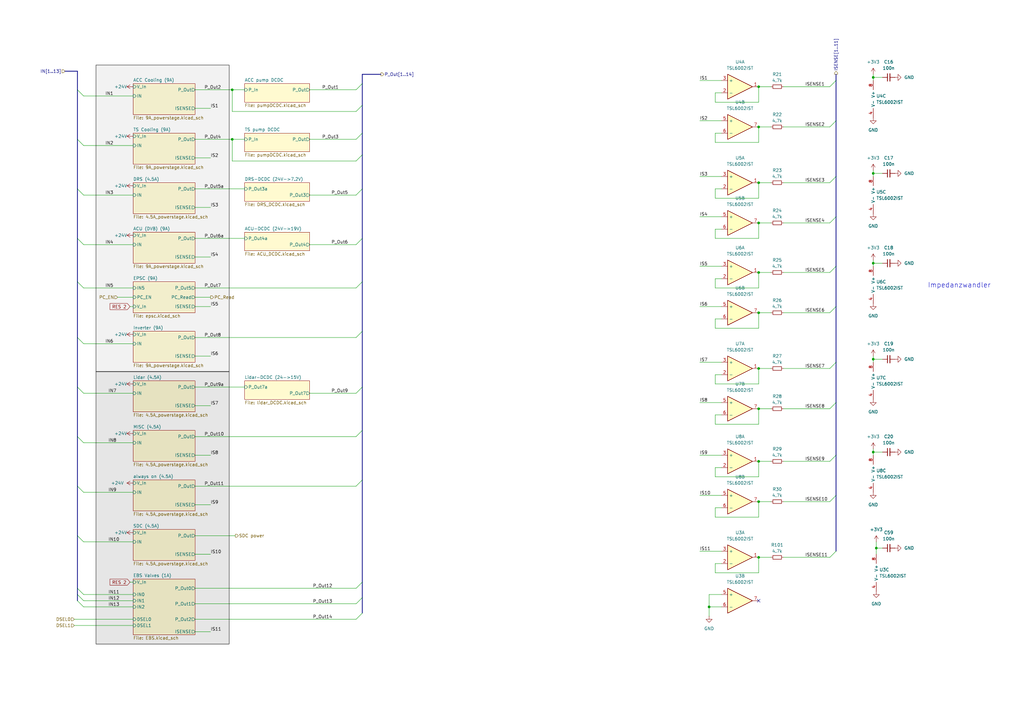
<source format=kicad_sch>
(kicad_sch (version 20231120) (generator "eeschema") (generator_version "8.0")
  (paper "A3")
  (title_block (title "PDU FT25") (date "2024-11-23") (rev "V1.1") (company "Janek Herm") (comment 1 "FaSTTUBe Electronics"))
  (lib_symbols
    (symbol "Device:C_Small" (pin_numbers hide) (pin_names (offset 0.254) hide)
      (property "Reference" "C" (at 0.254 1.778 0))
      (property "Value" "C_Small" (at 0.254 -2.032 0))
      (symbol "C_Small_0_1"
        (polyline (pts (xy -1.524 -0.508) (xy 1.524 -0.508)) (stroke (width 0.3302)))
        (polyline (pts (xy -1.524 0.508) (xy 1.524 0.508)) (stroke (width 0.3048)))
      )
      (symbol "C_Small_1_1"
        (pin passive line (at 0 2.54 270) (length 2.032) (name "~") (number "1"))
        (pin passive line (at 0 -2.54 90) (length 2.032) (name "~") (number "2"))
      )
    )
    (symbol "Device:Opamp_Dual"
      (property "Reference" "U" (at 0 5.08 0))
      (property "Value" "Opamp_Dual" (at 0 -5.08 0))
      (symbol "Opamp_Dual_1_1"
        (polyline (pts (xy -5.08 5.08) (xy 5.08 0) (xy -5.08 -5.08) (xy -5.08 5.08)) (stroke (width 0.254)) (fill (type background)))
        (pin output line (at 7.62 0 180) (length 2.54) (name "~") (number "1"))
        (pin input line (at -7.62 -2.54 0) (length 2.54) (name "-") (number "2"))
        (pin input line (at -7.62 2.54 0) (length 2.54) (name "+") (number "3"))
      )
      (symbol "Opamp_Dual_2_1"
        (polyline (pts (xy -5.08 5.08) (xy 5.08 0) (xy -5.08 -5.08) (xy -5.08 5.08)) (stroke (width 0.254)) (fill (type background)))
        (pin input line (at -7.62 2.54 0) (length 2.54) (name "+") (number "5"))
        (pin input line (at -7.62 -2.54 0) (length 2.54) (name "-") (number "6"))
        (pin output line (at 7.62 0 180) (length 2.54) (name "~") (number "7"))
      )
      (symbol "Opamp_Dual_3_1"
        (pin power_in line (at -2.54 -7.62 90) (length 3.81) (name "V-") (number "4"))
        (pin power_in line (at -2.54 7.62 270) (length 3.81) (name "V+") (number "8"))
      )
    )
    (symbol "Device:R_Small" (pin_numbers hide) (pin_names (offset 0.254) hide)
      (property "Reference" "R" (at 0.762 0.508 0))
      (property "Value" "R_Small" (at 0.762 -1.016 0))
      (symbol "R_Small_0_1"
        (rectangle (start -0.762 1.778) (end 0.762 -1.778) (stroke (width 0.2032)))
      )
      (symbol "R_Small_1_1"
        (pin passive line (at 0 2.54 270) (length 0.762) (name "~") (number "1"))
        (pin passive line (at 0 -2.54 90) (length 0.762) (name "~") (number "2"))
      )
    )
    (symbol "power:+12V" (power) (pin_numbers hide) (pin_names (offset 0) hide)
      (property "Value" "+12V" (at 0 3.556 0))
      (symbol "+12V_0_1"
        (polyline (pts (xy -0.762 1.27) (xy 0 2.54)))
        (polyline (pts (xy 0 0) (xy 0 2.54)))
        (polyline (pts (xy 0 2.54) (xy 0.762 1.27)))
      )
      (symbol "+12V_1_1"
        (pin power_in line (at 0 0 90) (length 0) (name "~") (number "1"))
      )
    )
    (symbol "power:+24V" (power) (pin_numbers hide) (pin_names (offset 0) hide)
      (property "Value" "+24V" (at 0 3.556 0))
      (symbol "+24V_0_1"
        (polyline (pts (xy -0.762 1.27) (xy 0 2.54)))
        (polyline (pts (xy 0 0) (xy 0 2.54)))
        (polyline (pts (xy 0 2.54) (xy 0.762 1.27)))
      )
      (symbol "+24V_1_1"
        (pin power_in line (at 0 0 90) (length 0) (name "~") (number "1"))
      )
    )
    (symbol "power:+3.3V" (power) (pin_numbers hide) (pin_names (offset 0) hide)
      (property "Value" "+3.3V" (at 0 3.556 0))
      (symbol "+3.3V_0_1"
        (polyline (pts (xy -0.762 1.27) (xy 0 2.54)))
        (polyline (pts (xy 0 0) (xy 0 2.54)))
        (polyline (pts (xy 0 2.54) (xy 0.762 1.27)))
      )
      (symbol "+3.3V_1_1"
        (pin power_in line (at 0 0 90) (length 0) (name "~") (number "1"))
      )
    )
    (symbol "power:GND" (power) (pin_numbers hide) (pin_names (offset 0) hide)
      (property "Value" "GND" (at 0 -3.81 0))
      (symbol "GND_0_1"
        (polyline (pts (xy 0 0) (xy 0 -1.27) (xy 1.27 -1.27) (xy 0 -2.54) (xy -1.27 -1.27) (xy 0 -1.27)))
      )
      (symbol "GND_1_1"
        (pin power_in line (at 0 0 270) (length 0) (name "~") (number "1"))
      )
    )
  )
  (junction (at 311.15 111.76))
  (junction (at 358.14 71.12))
  (junction (at 358.14 31.75))
  (junction (at 358.14 185.42))
  (junction (at 311.15 128.27))
  (junction (at 95.25 36.83))
  (junction (at 95.25 57.15))
  (junction (at 311.15 52.07))
  (junction (at 311.15 205.74))
  (junction (at 311.15 228.6))
  (junction (at 359.41 224.79))
  (junction (at 311.15 151.13))
  (junction (at 311.15 91.44))
  (junction (at 311.15 35.56))
  (junction (at 358.14 147.32))
  (junction (at 358.14 107.95))
  (junction (at 290.83 248.92))
  (junction (at 311.15 74.93))
  (junction (at 311.15 189.23))
  (junction (at 311.15 167.64))
  (no_connect (at 311.15 246.38))
  (bus_entry (at 340.36 228.6) (size 2.54 -2.54))
  (bus_entry (at 31.75 199.39) (size 2.54 2.54))
  (bus_entry (at 34.29 80.01) (size -2.54 -2.54))
  (bus_entry (at 31.75 219.71) (size 2.54 2.54))
  (bus_entry (at 146.05 254) (size 2.54 -2.54))
  (bus_entry (at 34.29 140.97) (size -2.54 -2.54))
  (bus_entry (at 146.05 247.65) (size 2.54 -2.54))
  (bus_entry (at 340.36 151.13) (size 2.54 -2.54))
  (bus_entry (at 146.05 179.07) (size 2.54 -2.54))
  (bus_entry (at 340.36 189.23) (size 2.54 -2.54))
  (bus_entry (at 146.05 100.33) (size 2.54 -2.54))
  (bus_entry (at 146.05 199.39) (size 2.54 -2.54))
  (bus_entry (at 340.36 111.76) (size 2.54 -2.54))
  (bus_entry (at 340.36 205.74) (size 2.54 -2.54))
  (bus_entry (at 340.36 74.93) (size 2.54 -2.54))
  (bus_entry (at 34.29 118.11) (size -2.54 -2.54))
  (bus_entry (at 146.05 118.11) (size 2.54 -2.54))
  (bus_entry (at 340.36 52.07) (size 2.54 -2.54))
  (bus_entry (at 34.29 100.33) (size -2.54 -2.54))
  (bus_entry (at 146.05 57.15) (size 2.54 -2.54))
  (bus_entry (at 146.05 161.29) (size 2.54 -2.54))
  (bus_entry (at 146.05 66.04) (size 2.54 -2.54))
  (bus_entry (at 146.05 241.3) (size 2.54 -2.54))
  (bus_entry (at 340.36 167.64) (size 2.54 -2.54))
  (bus_entry (at 31.75 179.07) (size 2.54 2.54))
  (bus_entry (at 34.29 39.37) (size -2.54 -2.54))
  (bus_entry (at 146.05 80.01) (size 2.54 -2.54))
  (bus_entry (at 340.36 91.44) (size 2.54 -2.54))
  (bus_entry (at 31.75 243.84) (size 2.54 2.54))
  (bus_entry (at 31.75 246.38) (size 2.54 2.54))
  (bus_entry (at 31.75 241.3) (size 2.54 2.54))
  (bus_entry (at 146.05 45.72) (size 2.54 -2.54))
  (bus_entry (at 340.36 128.27) (size 2.54 -2.54))
  (bus_entry (at 340.36 35.56) (size 2.54 -2.54))
  (bus_entry (at 34.29 59.69) (size -2.54 -2.54))
  (bus_entry (at 146.05 138.43) (size 2.54 -2.54))
  (bus_entry (at 146.05 36.83) (size 2.54 -2.54))
  (bus_entry (at 31.75 158.75) (size 2.54 2.54))
  (wire (pts (xy 293.37 130.81) (xy 293.37 134.62)))
  (bus (pts (xy 342.9 88.9) (xy 342.9 109.22)))
  (wire (pts (xy 311.15 189.23) (xy 311.15 195.58)))
  (bus (pts (xy 342.9 125.73) (xy 342.9 148.59)))
  (wire (pts (xy 321.31 52.07) (xy 340.36 52.07)))
  (wire (pts (xy 311.15 151.13) (xy 311.15 157.48)))
  (wire (pts (xy 34.29 100.33) (xy 54.61 100.33)))
  (wire (pts (xy 311.15 234.95) (xy 311.15 228.6)))
  (wire (pts (xy 321.31 205.74) (xy 340.36 205.74)))
  (bus (pts (xy 342.9 148.59) (xy 342.9 165.1)))
  (bus (pts (xy 31.75 243.84) (xy 31.75 246.38)))
  (wire (pts (xy 358.14 30.48) (xy 358.14 31.75)))
  (wire (pts (xy 311.15 205.74) (xy 311.15 212.09)))
  (wire (pts (xy 359.41 224.79) (xy 361.95 224.79)))
  (wire (pts (xy 311.15 128.27) (xy 311.15 134.62)))
  (wire (pts (xy 293.37 81.28) (xy 311.15 81.28)))
  (bus (pts (xy 31.75 241.3) (xy 31.75 243.84)))
  (wire (pts (xy 293.37 54.61) (xy 293.37 58.42)))
  (wire (pts (xy 311.15 74.93) (xy 316.23 74.93)))
  (wire (pts (xy 287.02 33.02) (xy 295.91 33.02)))
  (wire (pts (xy 287.02 226.06) (xy 295.91 226.06)))
  (wire (pts (xy 311.15 189.23) (xy 316.23 189.23)))
  (wire (pts (xy 95.25 45.72) (xy 146.05 45.72)))
  (wire (pts (xy 95.25 36.83) (xy 100.33 36.83)))
  (wire (pts (xy 293.37 195.58) (xy 311.15 195.58)))
  (wire (pts (xy 80.01 146.05) (xy 86.36 146.05)))
  (bus (pts (xy 148.59 63.5) (xy 148.59 77.47)))
  (wire (pts (xy 295.91 231.14) (xy 293.37 231.14)))
  (wire (pts (xy 290.83 248.92) (xy 295.91 248.92)))
  (wire (pts (xy 53.34 238.76) (xy 54.61 238.76)))
  (wire (pts (xy 34.29 80.01) (xy 54.61 80.01)))
  (wire (pts (xy 295.91 114.3) (xy 293.37 114.3)))
  (wire (pts (xy 290.83 243.84) (xy 295.91 243.84)))
  (wire (pts (xy 295.91 191.77) (xy 293.37 191.77)))
  (wire (pts (xy 311.15 35.56) (xy 316.23 35.56)))
  (wire (pts (xy 295.91 130.81) (xy 293.37 130.81)))
  (wire (pts (xy 295.91 54.61) (xy 293.37 54.61)))
  (wire (pts (xy 311.15 111.76) (xy 316.23 111.76)))
  (bus (pts (xy 148.59 238.76) (xy 148.59 245.11)))
  (wire (pts (xy 295.91 170.18) (xy 293.37 170.18)))
  (wire (pts (xy 287.02 148.59) (xy 295.91 148.59)))
  (bus (pts (xy 156.21 30.48) (xy 148.59 30.48)))
  (wire (pts (xy 358.14 107.95) (xy 361.95 107.95)))
  (wire (pts (xy 295.91 208.28) (xy 293.37 208.28)))
  (wire (pts (xy 358.14 69.85) (xy 358.14 71.12)))
  (wire (pts (xy 293.37 212.09) (xy 311.15 212.09)))
  (wire (pts (xy 30.48 254) (xy 54.61 254)))
  (wire (pts (xy 80.01 77.47) (xy 100.33 77.47)))
  (bus (pts (xy 342.9 72.39) (xy 342.9 88.9)))
  (wire (pts (xy 80.01 44.45) (xy 86.36 44.45)))
  (bus (pts (xy 148.59 158.75) (xy 148.59 176.53)))
  (wire (pts (xy 321.31 151.13) (xy 340.36 151.13)))
  (wire (pts (xy 358.14 185.42) (xy 358.14 186.69)))
  (wire (pts (xy 321.31 228.6) (xy 340.36 228.6)))
  (wire (pts (xy 127 57.15) (xy 146.05 57.15)))
  (wire (pts (xy 80.01 179.07) (xy 146.05 179.07)))
  (wire (pts (xy 287.02 125.73) (xy 295.91 125.73)))
  (wire (pts (xy 287.02 109.22) (xy 295.91 109.22)))
  (wire (pts (xy 358.14 71.12) (xy 361.95 71.12)))
  (wire (pts (xy 80.01 138.43) (xy 146.05 138.43)))
  (bus (pts (xy 342.9 109.22) (xy 342.9 125.73)))
  (wire (pts (xy 311.15 167.64) (xy 316.23 167.64)))
  (wire (pts (xy 311.15 52.07) (xy 311.15 58.42)))
  (wire (pts (xy 358.14 31.75) (xy 361.95 31.75)))
  (wire (pts (xy 34.29 243.84) (xy 54.61 243.84)))
  (bus (pts (xy 31.75 57.15) (xy 31.75 77.47)))
  (bus (pts (xy 31.75 29.21) (xy 31.75 36.83)))
  (wire (pts (xy 321.31 128.27) (xy 340.36 128.27)))
  (bus (pts (xy 148.59 196.85) (xy 148.59 238.76)))
  (wire (pts (xy 287.02 72.39) (xy 295.91 72.39)))
  (wire (pts (xy 311.15 52.07) (xy 316.23 52.07)))
  (wire (pts (xy 80.01 105.41) (xy 86.36 105.41)))
  (wire (pts (xy 359.41 222.25) (xy 359.41 224.79)))
  (wire (pts (xy 293.37 157.48) (xy 311.15 157.48)))
  (wire (pts (xy 311.15 205.74) (xy 316.23 205.74)))
  (wire (pts (xy 80.01 125.73) (xy 86.36 125.73)))
  (wire (pts (xy 293.37 97.79) (xy 311.15 97.79)))
  (wire (pts (xy 80.01 158.75) (xy 100.33 158.75)))
  (wire (pts (xy 295.91 93.98) (xy 293.37 93.98)))
  (bus (pts (xy 31.75 179.07) (xy 31.75 199.39)))
  (wire (pts (xy 80.01 207.01) (xy 86.36 207.01)))
  (bus (pts (xy 26.67 29.21) (xy 31.75 29.21)))
  (wire (pts (xy 287.02 186.69) (xy 295.91 186.69)))
  (wire (pts (xy 293.37 58.42) (xy 311.15 58.42)))
  (bus (pts (xy 31.75 97.79) (xy 31.75 115.57)))
  (wire (pts (xy 293.37 234.95) (xy 311.15 234.95)))
  (bus (pts (xy 148.59 176.53) (xy 148.59 196.85)))
  (wire (pts (xy 34.29 59.69) (xy 54.61 59.69)))
  (bus (pts (xy 342.9 186.69) (xy 342.9 203.2)))
  (wire (pts (xy 358.14 147.32) (xy 358.14 148.59)))
  (wire (pts (xy 295.91 153.67) (xy 293.37 153.67)))
  (bus (pts (xy 31.75 219.71) (xy 31.75 241.3)))
  (wire (pts (xy 321.31 91.44) (xy 340.36 91.44)))
  (wire (pts (xy 290.83 252.73) (xy 290.83 248.92)))
  (bus (pts (xy 148.59 245.11) (xy 148.59 251.46)))
  (wire (pts (xy 80.01 247.65) (xy 146.05 247.65)))
  (wire (pts (xy 293.37 153.67) (xy 293.37 157.48)))
  (wire (pts (xy 34.29 39.37) (xy 54.61 39.37)))
  (wire (pts (xy 293.37 38.1) (xy 293.37 41.91)))
  (wire (pts (xy 34.29 222.25) (xy 54.61 222.25)))
  (wire (pts (xy 293.37 208.28) (xy 293.37 212.09)))
  (wire (pts (xy 80.01 64.77) (xy 86.36 64.77)))
  (wire (pts (xy 95.25 57.15) (xy 95.25 66.04)))
  (bus (pts (xy 342.9 165.1) (xy 342.9 186.69)))
  (wire (pts (xy 80.01 254) (xy 146.05 254)))
  (wire (pts (xy 34.29 118.11) (xy 54.61 118.11)))
  (wire (pts (xy 30.48 256.54) (xy 54.61 256.54)))
  (wire (pts (xy 358.14 184.15) (xy 358.14 185.42)))
  (wire (pts (xy 321.31 74.93) (xy 340.36 74.93)))
  (wire (pts (xy 358.14 71.12) (xy 358.14 72.39)))
  (wire (pts (xy 293.37 134.62) (xy 311.15 134.62)))
  (bus (pts (xy 148.59 43.18) (xy 148.59 54.61)))
  (wire (pts (xy 287.02 165.1) (xy 295.91 165.1)))
  (bus (pts (xy 148.59 77.47) (xy 148.59 97.79)))
  (wire (pts (xy 311.15 111.76) (xy 311.15 118.11)))
  (wire (pts (xy 321.31 111.76) (xy 340.36 111.76)))
  (wire (pts (xy 287.02 49.53) (xy 295.91 49.53)))
  (wire (pts (xy 80.01 121.92) (xy 86.36 121.92)))
  (wire (pts (xy 80.01 118.11) (xy 146.05 118.11)))
  (bus (pts (xy 31.75 158.75) (xy 31.75 179.07)))
  (wire (pts (xy 295.91 77.47) (xy 293.37 77.47)))
  (wire (pts (xy 293.37 170.18) (xy 293.37 173.99)))
  (bus (pts (xy 342.9 33.02) (xy 342.9 49.53)))
  (wire (pts (xy 80.01 219.71) (xy 96.52 219.71)))
  (wire (pts (xy 127 100.33) (xy 146.05 100.33)))
  (bus (pts (xy 31.75 36.83) (xy 31.75 57.15)))
  (wire (pts (xy 95.25 66.04) (xy 146.05 66.04)))
  (wire (pts (xy 34.29 181.61) (xy 54.61 181.61)))
  (wire (pts (xy 293.37 41.91) (xy 311.15 41.91)))
  (wire (pts (xy 293.37 118.11) (xy 311.15 118.11)))
  (wire (pts (xy 34.29 246.38) (xy 54.61 246.38)))
  (bus (pts (xy 342.9 203.2) (xy 342.9 226.06)))
  (wire (pts (xy 293.37 231.14) (xy 293.37 234.95)))
  (wire (pts (xy 358.14 185.42) (xy 361.95 185.42)))
  (bus (pts (xy 148.59 135.89) (xy 148.59 158.75)))
  (wire (pts (xy 53.34 125.73) (xy 54.61 125.73)))
  (wire (pts (xy 311.15 74.93) (xy 311.15 81.28)))
  (wire (pts (xy 80.01 36.83) (xy 95.25 36.83)))
  (wire (pts (xy 95.25 57.15) (xy 100.33 57.15)))
  (wire (pts (xy 293.37 93.98) (xy 293.37 97.79)))
  (wire (pts (xy 295.91 38.1) (xy 293.37 38.1)))
  (bus (pts (xy 148.59 34.29) (xy 148.59 43.18)))
  (wire (pts (xy 54.61 201.93) (xy 34.29 201.93)))
  (wire (pts (xy 358.14 147.32) (xy 361.95 147.32)))
  (wire (pts (xy 293.37 173.99) (xy 311.15 173.99)))
  (wire (pts (xy 127 80.01) (xy 146.05 80.01)))
  (wire (pts (xy 80.01 199.39) (xy 146.05 199.39)))
  (wire (pts (xy 80.01 57.15) (xy 95.25 57.15)))
  (bus (pts (xy 31.75 77.47) (xy 31.75 97.79)))
  (wire (pts (xy 293.37 191.77) (xy 293.37 195.58)))
  (bus (pts (xy 342.9 49.53) (xy 342.9 72.39)))
  (bus (pts (xy 148.59 97.79) (xy 148.59 115.57)))
  (bus (pts (xy 148.59 30.48) (xy 148.59 34.29)))
  (wire (pts (xy 80.01 186.69) (xy 86.36 186.69)))
  (wire (pts (xy 287.02 203.2) (xy 295.91 203.2)))
  (bus (pts (xy 148.59 115.57) (xy 148.59 135.89)))
  (wire (pts (xy 321.31 35.56) (xy 340.36 35.56)))
  (wire (pts (xy 358.14 146.05) (xy 358.14 147.32)))
  (wire (pts (xy 80.01 241.3) (xy 146.05 241.3)))
  (wire (pts (xy 80.01 259.08) (xy 86.36 259.08)))
  (bus (pts (xy 31.75 199.39) (xy 31.75 219.71)))
  (bus (pts (xy 31.75 138.43) (xy 31.75 158.75)))
  (wire (pts (xy 311.15 91.44) (xy 311.15 97.79)))
  (wire (pts (xy 80.01 166.37) (xy 86.36 166.37)))
  (wire (pts (xy 311.15 167.64) (xy 311.15 173.99)))
  (wire (pts (xy 358.14 31.75) (xy 358.14 33.02)))
  (wire (pts (xy 311.15 91.44) (xy 316.23 91.44)))
  (wire (pts (xy 34.29 140.97) (xy 54.61 140.97)))
  (wire (pts (xy 321.31 189.23) (xy 340.36 189.23)))
  (wire (pts (xy 359.41 224.79) (xy 359.41 227.33)))
  (wire (pts (xy 358.14 106.68) (xy 358.14 107.95)))
  (wire (pts (xy 95.25 36.83) (xy 95.25 45.72)))
  (wire (pts (xy 311.15 35.56) (xy 311.15 41.91)))
  (wire (pts (xy 293.37 77.47) (xy 293.37 81.28)))
  (wire (pts (xy 80.01 227.33) (xy 86.36 227.33)))
  (wire (pts (xy 287.02 88.9) (xy 295.91 88.9)))
  (bus (pts (xy 31.75 115.57) (xy 31.75 138.43)))
  (wire (pts (xy 311.15 151.13) (xy 316.23 151.13)))
  (wire (pts (xy 34.29 161.29) (xy 54.61 161.29)))
  (wire (pts (xy 358.14 107.95) (xy 358.14 109.22)))
  (wire (pts (xy 34.29 248.92) (xy 54.61 248.92)))
  (wire (pts (xy 321.31 167.64) (xy 340.36 167.64)))
  (wire (pts (xy 80.01 85.09) (xy 86.36 85.09)))
  (wire (pts (xy 80.01 97.79) (xy 100.33 97.79)))
  (bus (pts (xy 148.59 54.61) (xy 148.59 63.5)))
  (wire (pts (xy 311.15 128.27) (xy 316.23 128.27)))
  (wire (pts (xy 127 161.29) (xy 146.05 161.29)))
  (wire (pts (xy 293.37 114.3) (xy 293.37 118.11)))
  (wire (pts (xy 48.26 121.92) (xy 54.61 121.92)))
  (wire (pts (xy 311.15 228.6) (xy 316.23 228.6)))
  (wire (pts (xy 127 36.83) (xy 146.05 36.83)))
  (bus (pts (xy 342.9 30.48) (xy 342.9 33.02)))
  (wire (pts (xy 290.83 248.92) (xy 290.83 243.84)))
  (rectangle (start 39.37 152.4) (end 93.98 264.16) (stroke (width 0) (color 0 0 0 1)) (fill (type color) (color 132 132 132 0.2)))
  (rectangle (start 39.37 26.67) (end 93.98 152.4) (stroke (width 0) (color 0 0 0 1)) (fill (type color) (color 194 194 194 0.2)))
  (text "Impedanzwandler" (at 393.446 117.094 0) (effects (font (size 2 2))))
  (label "P_Out10" (at 83.82 179.07 0))
  (label "ISENSE6" (at 330.2 128.27 0))
  (label "IS2" (at 86.36 64.77 0))
  (label "IN2" (at 43.18 59.69 0))
  (label "IS6" (at 86.36 146.05 0))
  (label "P_Out7" (at 83.82 118.11 0))
  (label "IS6" (at 287.02 125.73 0))
  (label "P_Out14" (at 128.27 254 0))
  (label "IS1" (at 86.36 44.45 0))
  (label "ISENSE9" (at 330.2 189.23 0))
  (label "IS7" (at 86.36 166.37 0))
  (label "P_Out2" (at 83.82 36.83 0))
  (label "IN4" (at 43.18 100.33 0))
  (label "IN10" (at 44.45 222.25 0))
  (label "IS5" (at 86.36 125.73 0))
  (label "P_Out4" (at 83.82 57.15 0))
  (label "IS9" (at 287.02 186.69 0))
  (label "IS8" (at 287.02 165.1 0))
  (label "P_Out9a" (at 83.82 158.75 0))
  (label "IN8" (at 44.45 181.61 0))
  (label "IS5" (at 287.02 109.22 0))
  (label "IN13" (at 44.45 248.92 0))
  (label "IS8" (at 86.36 186.69 0))
  (label "IS2" (at 287.02 49.53 0))
  (label "IS4" (at 287.02 88.9 0))
  (label "P_Out5" (at 135.89 80.01 0))
  (label "IS11" (at 287.02 226.06 0))
  (label "ISENSE3" (at 330.2 74.93 0))
  (label "IN6" (at 43.18 140.97 0))
  (label "IS1" (at 287.02 33.02 0))
  (label "IS10" (at 287.02 203.2 0))
  (label "P_Out1" (at 132.08 36.83 0))
  (label "P_Out5a" (at 83.82 77.47 0))
  (label "P_Out8" (at 83.82 138.43 0))
  (label "IS10" (at 86.36 227.33 0))
  (label "P_Out3" (at 132.08 57.15 0))
  (label "IN9" (at 44.45 201.93 0))
  (label "IN3" (at 43.18 80.01 0))
  (label "IS7" (at 287.02 148.59 0))
  (label "IS4" (at 86.36 105.41 0))
  (label "P_Out9" (at 135.89 161.29 0))
  (label "ISENSE4" (at 330.2 91.44 0))
  (label "ISENSE11" (at 330.2 228.6 0))
  (label "IN12" (at 44.45 246.38 0))
  (label "P_Out13" (at 128.27 247.65 0))
  (label "P_Out6" (at 135.89 100.33 0))
  (label "IS3" (at 287.02 72.39 0))
  (label "P_Out11" (at 83.82 199.39 0))
  (label "IS9" (at 86.36 207.01 0))
  (label "IN7" (at 44.45 161.29 0))
  (label "ISENSE2" (at 330.2 52.07 0))
  (label "P_Out12" (at 128.27 241.3 0))
  (label "IS3" (at 86.36 85.09 0))
  (label "IN1" (at 43.18 39.37 0))
  (label "ISENSE10" (at 330.2 205.74 0))
  (label "ISENSE5" (at 330.2 111.76 0))
  (label "P_Out6a" (at 83.82 97.79 0))
  (label "ISENSE8" (at 330.2 167.64 0))
  (label "IN5" (at 43.18 118.11 0))
  (label "IS11" (at 86.36 259.08 0))
  (label "IN11" (at 44.45 243.84 0))
  (label "ISENSE1" (at 330.2 35.56 0))
  (label "ISENSE7" (at 330.2 151.13 0))
  (global_label "RES 2" (shape input) (at 53.34 125.73 180) (property "Intersheetrefs" "${INTERSHEET_REFS}" (effects (hide yes))))
  (global_label "RES 2" (shape input) (at 53.34 238.76 180) (property "Intersheetrefs" "${INTERSHEET_REFS}" (effects (hide yes))))
  (hierarchical_label "PC_EN" (shape input) (at 48.26 121.92 180))
  (hierarchical_label "ISENSE[1..11]" (shape output) (at 342.9 30.48 90))
  (hierarchical_label "PC_Read" (shape output) (at 86.36 121.92 0))
  (hierarchical_label "DSEL0" (shape input) (at 30.48 254 180))
  (hierarchical_label "DSEL1" (shape input) (at 30.48 256.54 180))
  (hierarchical_label "P_Out[1..14]" (shape output) (at 156.21 30.48 0))
  (hierarchical_label "IN[1..13]" (shape input) (at 26.67 29.21 180))
  (hierarchical_label "SDC power" (shape output) (at 96.52 219.71 0))
  (symbol (lib_id "power:GND") (at 367.03 147.32 90) (unit 1)
    (property "Reference" "#PWR061" (effects (hide yes)))
    (property "Value" "GND" (at 370.84 147.3199 90) (effects (justify right)))
    (property "Description" "Power symbol creates a global label with name \"GND\" , ground" (effects (hide yes)))
  )
  (symbol (lib_id "Device:C_Small") (at 364.49 224.79 90) (unit 1)
    (property "Reference" "C59" (at 364.4963 218.44 90))
    (property "Value" "100n" (at 364.4963 220.98 90))
    (property "Footprint" "Capacitor_SMD:C_0603_1608Metric" (effects (hide yes)))
    (property "Description" "Unpolarized capacitor, small symbol" (effects (hide yes)))
  )
  (symbol (lib_id "power:+12V") (at 54.61 76.2 90) (unit 1)
    (property "Reference" "#PWR053" (effects (hide yes)))
    (property "Value" "+24V" (at 49.53 76.2 90))
    (property "Description" "Power symbol creates a global label with name \"+12V\"" (effects (hide yes)))
  )
  (symbol (lib_id "Device:Opamp_Dual") (at 360.68 194.31 0) (unit 3)
    (property "Reference" "U8" (at 359.41 193.0399 0) (effects (justify left)))
    (property "Value" "TSL6002IST" (at 359.41 195.5799 0) (effects (justify left)))
    (property "Footprint" "TSL6002IST:SOP65P490X110-8N" (effects (hide yes)))
    (property "Datasheet" "https://www.st.com/resource/en/datasheet/tsl6001.pdf" (effects (hide yes)))
    (property "Description" "Dual operational amplifier" (effects (hide yes)))
    (property "Sim.Library" "${KICAD7_SYMBOL_DIR}/Simulation_SPICE.sp" (effects (hide yes)))
    (property "Sim.Name" "kicad_builtin_opamp_dual" (effects (hide yes)))
    (property "Sim.Device" "SUBCKT" (effects (hide yes)))
    (property "Sim.Pins" "1=out1 2=in1- 3=in1+ 4=vee 5=in2+ 6=in2- 7=out2 8=vcc" (effects (hide yes)))
  )
  (symbol (lib_id "Device:R_Small") (at 318.77 128.27 90) (unit 1)
    (property "Reference" "R26" (at 318.77 123.19 90))
    (property "Value" "4.7k" (at 318.77 125.73 90))
    (property "Footprint" "Resistor_SMD:R_0603_1608Metric" (effects (hide yes)))
    (property "Description" "Resistor, small symbol" (effects (hide yes)))
  )
  (symbol (lib_id "Device:C_Small") (at 364.49 31.75 90) (unit 1)
    (property "Reference" "C16" (at 364.4963 25.4 90))
    (property "Value" "100n" (at 364.4963 27.94 90))
    (property "Footprint" "Capacitor_SMD:C_0603_1608Metric" (effects (hide yes)))
    (property "Description" "Unpolarized capacitor, small symbol" (effects (hide yes)))
  )
  (symbol (lib_id "power:+24V") (at 54.61 198.12 90) (unit 1)
    (property "Reference" "#PWR067" (effects (hide yes)))
    (property "Value" "+24V" (at 50.8 198.1199 90) (effects (justify left)))
    (property "Description" "Power symbol creates a global label with name \"+24V\"" (effects (hide yes)))
  )
  (symbol (lib_id "power:+3.3V") (at 358.14 184.15 0) (unit 1)
    (property "Reference" "#PWR065" (effects (hide yes)))
    (property "Value" "+3V3" (at 358.14 179.07 0))
    (property "Description" "Power symbol creates a global label with name \"+3.3V\"" (effects (hide yes)))
  )
  (symbol (lib_id "power:GND") (at 358.14 48.26 0) (unit 1)
    (property "Reference" "#PWR049" (effects (hide yes)))
    (property "Value" "GND" (at 358.14 53.34 0))
    (property "Description" "Power symbol creates a global label with name \"GND\" , ground" (effects (hide yes)))
  )
  (symbol (lib_id "Device:Opamp_Dual") (at 361.95 234.95 0) (unit 3)
    (property "Reference" "U3" (at 360.68 233.6799 0) (effects (justify left)))
    (property "Value" "TSL6002IST" (at 360.68 236.2199 0) (effects (justify left)))
    (property "Footprint" "TSL6002IST:SOP65P490X110-8N" (effects (hide yes)))
    (property "Datasheet" "https://www.st.com/resource/en/datasheet/tsl6001.pdf" (effects (hide yes)))
    (property "Description" "Dual operational amplifier" (effects (hide yes)))
    (property "Sim.Library" "${KICAD7_SYMBOL_DIR}/Simulation_SPICE.sp" (effects (hide yes)))
    (property "Sim.Name" "kicad_builtin_opamp_dual" (effects (hide yes)))
    (property "Sim.Device" "SUBCKT" (effects (hide yes)))
    (property "Sim.Pins" "1=out1 2=in1- 3=in1+ 4=vee 5=in2+ 6=in2- 7=out2 8=vcc" (effects (hide yes)))
  )
  (symbol (lib_id "Device:Opamp_Dual") (at 303.53 91.44 0) (unit 2)
    (property "Reference" "U5" (at 303.53 81.28 0))
    (property "Value" "TSL6002IST" (at 303.53 83.82 0))
    (property "Footprint" "TSL6002IST:SOP65P490X110-8N" (effects (hide yes)))
    (property "Datasheet" "https://www.st.com/resource/en/datasheet/tsl6001.pdf" (effects (hide yes)))
    (property "Description" "Dual operational amplifier" (effects (hide yes)))
    (property "Sim.Library" "${KICAD7_SYMBOL_DIR}/Simulation_SPICE.sp" (effects (hide yes)))
    (property "Sim.Name" "kicad_builtin_opamp_dual" (effects (hide yes)))
    (property "Sim.Device" "SUBCKT" (effects (hide yes)))
    (property "Sim.Pins" "1=out1 2=in1- 3=in1+ 4=vee 5=in2+ 6=in2- 7=out2 8=vcc" (effects (hide yes)))
  )
  (symbol (lib_id "power:+3.3V") (at 358.14 69.85 0) (unit 1)
    (property "Reference" "#PWR051" (effects (hide yes)))
    (property "Value" "+3V3" (at 358.14 64.77 0))
    (property "Description" "Power symbol creates a global label with name \"+3.3V\"" (effects (hide yes)))
  )
  (symbol (lib_id "Device:Opamp_Dual") (at 360.68 80.01 0) (unit 3)
    (property "Reference" "U5" (at 359.41 78.7399 0) (effects (justify left)))
    (property "Value" "TSL6002IST" (at 359.41 81.2799 0) (effects (justify left)))
    (property "Footprint" "TSL6002IST:SOP65P490X110-8N" (effects (hide yes)))
    (property "Datasheet" "https://www.st.com/resource/en/datasheet/tsl6001.pdf" (effects (hide yes)))
    (property "Description" "Dual operational amplifier" (effects (hide yes)))
    (property "Sim.Library" "${KICAD7_SYMBOL_DIR}/Simulation_SPICE.sp" (effects (hide yes)))
    (property "Sim.Name" "kicad_builtin_opamp_dual" (effects (hide yes)))
    (property "Sim.Device" "SUBCKT" (effects (hide yes)))
    (property "Sim.Pins" "1=out1 2=in1- 3=in1+ 4=vee 5=in2+ 6=in2- 7=out2 8=vcc" (effects (hide yes)))
  )
  (symbol (lib_id "Device:C_Small") (at 364.49 185.42 90) (unit 1)
    (property "Reference" "C20" (at 364.4963 179.07 90))
    (property "Value" "100n" (at 364.4963 181.61 90))
    (property "Footprint" "Capacitor_SMD:C_0603_1608Metric" (effects (hide yes)))
    (property "Description" "Unpolarized capacitor, small symbol" (effects (hide yes)))
  )
  (symbol (lib_id "Device:R_Small") (at 318.77 111.76 90) (unit 1)
    (property "Reference" "R25" (at 318.77 106.68 90))
    (property "Value" "4.7k" (at 318.77 109.22 90))
    (property "Footprint" "Resistor_SMD:R_0603_1608Metric" (effects (hide yes)))
    (property "Description" "Resistor, small symbol" (effects (hide yes)))
  )
  (symbol (lib_id "Device:R_Small") (at 318.77 74.93 90) (unit 1)
    (property "Reference" "R23" (at 318.77 69.85 90))
    (property "Value" "4.7k" (at 318.77 72.39 90))
    (property "Footprint" "Resistor_SMD:R_0603_1608Metric" (effects (hide yes)))
    (property "Description" "Resistor, small symbol" (effects (hide yes)))
  )
  (symbol (lib_id "Device:Opamp_Dual") (at 303.53 35.56 0) (unit 1)
    (property "Reference" "U4" (at 303.53 25.4 0))
    (property "Value" "TSL6002IST" (at 303.53 27.94 0))
    (property "Footprint" "TSL6002IST:SOP65P490X110-8N" (effects (hide yes)))
    (property "Datasheet" "https://www.st.com/resource/en/datasheet/tsl6001.pdf" (effects (hide yes)))
    (property "Description" "Dual operational amplifier" (effects (hide yes)))
    (property "Sim.Library" "${KICAD7_SYMBOL_DIR}/Simulation_SPICE.sp" (effects (hide yes)))
    (property "Sim.Name" "kicad_builtin_opamp_dual" (effects (hide yes)))
    (property "Sim.Device" "SUBCKT" (effects (hide yes)))
    (property "Sim.Pins" "1=out1 2=in1- 3=in1+ 4=vee 5=in2+ 6=in2- 7=out2 8=vcc" (effects (hide yes)))
  )
  (symbol (lib_id "power:+12V") (at 54.61 137.16 90) (unit 1)
    (property "Reference" "#PWR059" (effects (hide yes)))
    (property "Value" "+24V" (at 49.53 137.16 90))
    (property "Description" "Power symbol creates a global label with name \"+12V\"" (effects (hide yes)))
  )
  (symbol (lib_id "Device:Opamp_Dual") (at 303.53 151.13 0) (unit 1)
    (property "Reference" "U7" (at 303.53 140.97 0))
    (property "Value" "TSL6002IST" (at 303.53 143.51 0))
    (property "Footprint" "TSL6002IST:SOP65P490X110-8N" (effects (hide yes)))
    (property "Datasheet" "https://www.st.com/resource/en/datasheet/tsl6001.pdf" (effects (hide yes)))
    (property "Description" "Dual operational amplifier" (effects (hide yes)))
    (property "Sim.Library" "${KICAD7_SYMBOL_DIR}/Simulation_SPICE.sp" (effects (hide yes)))
    (property "Sim.Name" "kicad_builtin_opamp_dual" (effects (hide yes)))
    (property "Sim.Device" "SUBCKT" (effects (hide yes)))
    (property "Sim.Pins" "1=out1 2=in1- 3=in1+ 4=vee 5=in2+ 6=in2- 7=out2 8=vcc" (effects (hide yes)))
  )
  (symbol (lib_id "Device:R_Small") (at 318.77 189.23 90) (unit 1)
    (property "Reference" "R29" (at 318.77 184.15 90))
    (property "Value" "4.7k" (at 318.77 186.69 90))
    (property "Footprint" "Resistor_SMD:R_0603_1608Metric" (effects (hide yes)))
    (property "Description" "Resistor, small symbol" (effects (hide yes)))
  )
  (symbol (lib_id "Device:Opamp_Dual") (at 360.68 156.21 0) (unit 3)
    (property "Reference" "U7" (at 359.41 154.9399 0) (effects (justify left)))
    (property "Value" "TSL6002IST" (at 359.41 157.4799 0) (effects (justify left)))
    (property "Footprint" "TSL6002IST:SOP65P490X110-8N" (effects (hide yes)))
    (property "Datasheet" "https://www.st.com/resource/en/datasheet/tsl6001.pdf" (effects (hide yes)))
    (property "Description" "Dual operational amplifier" (effects (hide yes)))
    (property "Sim.Library" "${KICAD7_SYMBOL_DIR}/Simulation_SPICE.sp" (effects (hide yes)))
    (property "Sim.Name" "kicad_builtin_opamp_dual" (effects (hide yes)))
    (property "Sim.Device" "SUBCKT" (effects (hide yes)))
    (property "Sim.Pins" "1=out1 2=in1- 3=in1+ 4=vee 5=in2+ 6=in2- 7=out2 8=vcc" (effects (hide yes)))
  )
  (symbol (lib_id "power:+12V") (at 54.61 35.56 90) (unit 1)
    (property "Reference" "#PWR048" (effects (hide yes)))
    (property "Value" "+24V" (at 49.53 35.56 90))
    (property "Description" "Power symbol creates a global label with name \"+12V\"" (effects (hide yes)))
  )
  (symbol (lib_id "power:+12V") (at 54.61 55.88 90) (unit 1)
    (property "Reference" "#PWR050" (effects (hide yes)))
    (property "Value" "+24V" (at 49.53 55.88 90))
    (property "Description" "Power symbol creates a global label with name \"+12V\"" (effects (hide yes)))
  )
  (symbol (lib_id "Device:Opamp_Dual") (at 303.53 111.76 0) (unit 1)
    (property "Reference" "U6" (at 303.53 101.6 0))
    (property "Value" "TSL6002IST" (at 303.53 104.14 0))
    (property "Footprint" "TSL6002IST:SOP65P490X110-8N" (effects (hide yes)))
    (property "Datasheet" "https://www.st.com/resource/en/datasheet/tsl6001.pdf" (effects (hide yes)))
    (property "Description" "Dual operational amplifier" (effects (hide yes)))
    (property "Sim.Library" "${KICAD7_SYMBOL_DIR}/Simulation_SPICE.sp" (effects (hide yes)))
    (property "Sim.Name" "kicad_builtin_opamp_dual" (effects (hide yes)))
    (property "Sim.Device" "SUBCKT" (effects (hide yes)))
    (property "Sim.Pins" "1=out1 2=in1- 3=in1+ 4=vee 5=in2+ 6=in2- 7=out2 8=vcc" (effects (hide yes)))
  )
  (symbol (lib_id "power:+3.3V") (at 358.14 30.48 0) (unit 1)
    (property "Reference" "#PWR046" (effects (hide yes)))
    (property "Value" "+3V3" (at 358.14 25.4 0))
    (property "Description" "Power symbol creates a global label with name \"+3.3V\"" (effects (hide yes)))
  )
  (symbol (lib_id "Device:Opamp_Dual") (at 360.68 40.64 0) (unit 3)
    (property "Reference" "U4" (at 359.41 39.3699 0) (effects (justify left)))
    (property "Value" "TSL6002IST" (at 359.41 41.9099 0) (effects (justify left)))
    (property "Footprint" "TSL6002IST:SOP65P490X110-8N" (effects (hide yes)))
    (property "Datasheet" "https://www.st.com/resource/en/datasheet/tsl6001.pdf" (effects (hide yes)))
    (property "Description" "Dual operational amplifier" (effects (hide yes)))
    (property "Sim.Library" "${KICAD7_SYMBOL_DIR}/Simulation_SPICE.sp" (effects (hide yes)))
    (property "Sim.Name" "kicad_builtin_opamp_dual" (effects (hide yes)))
    (property "Sim.Device" "SUBCKT" (effects (hide yes)))
    (property "Sim.Pins" "1=out1 2=in1- 3=in1+ 4=vee 5=in2+ 6=in2- 7=out2 8=vcc" (effects (hide yes)))
  )
  (symbol (lib_id "power:+12V") (at 54.61 157.48 90) (unit 1)
    (property "Reference" "#PWR062" (effects (hide yes)))
    (property "Value" "+24V" (at 49.53 157.48 90))
    (property "Description" "Power symbol creates a global label with name \"+12V\"" (effects (hide yes)))
  )
  (symbol (lib_id "Device:R_Small") (at 318.77 228.6 90) (unit 1)
    (property "Reference" "R101" (at 318.77 223.52 90))
    (property "Value" "4.7k" (at 318.77 226.06 90))
    (property "Footprint" "Resistor_SMD:R_0603_1608Metric" (effects (hide yes)))
    (property "Description" "Resistor, small symbol" (effects (hide yes)))
  )
  (symbol (lib_id "Device:R_Small") (at 318.77 35.56 90) (unit 1)
    (property "Reference" "R21" (at 318.77 30.48 90))
    (property "Value" "4.7k" (at 318.77 33.02 90))
    (property "Footprint" "Resistor_SMD:R_0603_1608Metric" (effects (hide yes)))
    (property "Description" "Resistor, small symbol" (effects (hide yes)))
  )
  (symbol (lib_id "power:GND") (at 367.03 31.75 90) (unit 1)
    (property "Reference" "#PWR047" (effects (hide yes)))
    (property "Value" "GND" (at 370.84 31.7499 90) (effects (justify right)))
    (property "Description" "Power symbol creates a global label with name \"GND\" , ground" (effects (hide yes)))
  )
  (symbol (lib_id "power:GND") (at 358.14 87.63 0) (unit 1)
    (property "Reference" "#PWR054" (effects (hide yes)))
    (property "Value" "GND" (at 358.14 92.71 0))
    (property "Description" "Power symbol creates a global label with name \"GND\" , ground" (effects (hide yes)))
  )
  (symbol (lib_id "power:GND") (at 367.03 185.42 90) (unit 1)
    (property "Reference" "#PWR066" (effects (hide yes)))
    (property "Value" "GND" (at 370.84 185.4199 90) (effects (justify right)))
    (property "Description" "Power symbol creates a global label with name \"GND\" , ground" (effects (hide yes)))
  )
  (symbol (lib_id "power:GND") (at 358.14 163.83 0) (unit 1)
    (property "Reference" "#PWR063" (effects (hide yes)))
    (property "Value" "GND" (at 358.14 168.91 0))
    (property "Description" "Power symbol creates a global label with name \"GND\" , ground" (effects (hide yes)))
  )
  (symbol (lib_id "Device:C_Small") (at 364.49 107.95 90) (unit 1)
    (property "Reference" "C18" (at 364.4963 101.6 90))
    (property "Value" "100n" (at 364.4963 104.14 90))
    (property "Footprint" "Capacitor_SMD:C_0603_1608Metric" (effects (hide yes)))
    (property "Description" "Unpolarized capacitor, small symbol" (effects (hide yes)))
  )
  (symbol (lib_id "power:GND") (at 367.03 107.95 90) (unit 1)
    (property "Reference" "#PWR057" (effects (hide yes)))
    (property "Value" "GND" (at 370.84 107.9499 90) (effects (justify right)))
    (property "Description" "Power symbol creates a global label with name \"GND\" , ground" (effects (hide yes)))
  )
  (symbol (lib_id "power:GND") (at 290.83 252.73 0) (unit 1)
    (property "Reference" "#PWR0197" (effects (hide yes)))
    (property "Value" "GND" (at 290.83 257.81 0))
    (property "Description" "Power symbol creates a global label with name \"GND\" , ground" (effects (hide yes)))
  )
  (symbol (lib_id "power:+3.3V") (at 358.14 146.05 0) (unit 1)
    (property "Reference" "#PWR060" (effects (hide yes)))
    (property "Value" "+3V3" (at 358.14 140.97 0))
    (property "Description" "Power symbol creates a global label with name \"+3.3V\"" (effects (hide yes)))
  )
  (symbol (lib_id "power:+12V") (at 54.61 96.52 90) (unit 1)
    (property "Reference" "#PWR055" (effects (hide yes)))
    (property "Value" "+24V" (at 49.53 96.52 90))
    (property "Description" "Power symbol creates a global label with name \"+12V\"" (effects (hide yes)))
  )
  (symbol (lib_id "power:+3.3V") (at 359.41 222.25 0) (unit 1)
    (property "Reference" "#PWR0154" (effects (hide yes)))
    (property "Value" "+3V3" (at 359.41 217.17 0))
    (property "Description" "Power symbol creates a global label with name \"+3.3V\"" (effects (hide yes)))
  )
  (symbol (lib_id "Device:Opamp_Dual") (at 303.53 228.6 0) (unit 1)
    (property "Reference" "U3" (at 303.53 218.44 0))
    (property "Value" "TSL6002IST" (at 303.53 220.98 0))
    (property "Footprint" "TSL6002IST:SOP65P490X110-8N" (effects (hide yes)))
    (property "Datasheet" "https://www.st.com/resource/en/datasheet/tsl6001.pdf" (effects (hide yes)))
    (property "Description" "Dual operational amplifier" (effects (hide yes)))
    (property "Sim.Library" "${KICAD7_SYMBOL_DIR}/Simulation_SPICE.sp" (effects (hide yes)))
    (property "Sim.Name" "kicad_builtin_opamp_dual" (effects (hide yes)))
    (property "Sim.Device" "SUBCKT" (effects (hide yes)))
    (property "Sim.Pins" "1=out1 2=in1- 3=in1+ 4=vee 5=in2+ 6=in2- 7=out2 8=vcc" (effects (hide yes)))
  )
  (symbol (lib_id "power:GND") (at 367.03 224.79 90) (unit 1)
    (property "Reference" "#PWR0155" (effects (hide yes)))
    (property "Value" "GND" (at 370.84 224.7899 90) (effects (justify right)))
    (property "Description" "Power symbol creates a global label with name \"GND\" , ground" (effects (hide yes)))
  )
  (symbol (lib_id "Device:Opamp_Dual") (at 303.53 246.38 0) (unit 2)
    (property "Reference" "U3" (at 303.53 236.22 0))
    (property "Value" "TSL6002IST" (at 303.53 238.76 0))
    (property "Footprint" "TSL6002IST:SOP65P490X110-8N" (effects (hide yes)))
    (property "Datasheet" "https://www.st.com/resource/en/datasheet/tsl6001.pdf" (effects (hide yes)))
    (property "Description" "Dual operational amplifier" (effects (hide yes)))
    (property "Sim.Library" "${KICAD7_SYMBOL_DIR}/Simulation_SPICE.sp" (effects (hide yes)))
    (property "Sim.Name" "kicad_builtin_opamp_dual" (effects (hide yes)))
    (property "Sim.Device" "SUBCKT" (effects (hide yes)))
    (property "Sim.Pins" "1=out1 2=in1- 3=in1+ 4=vee 5=in2+ 6=in2- 7=out2 8=vcc" (effects (hide yes)))
  )
  (symbol (lib_id "Device:Opamp_Dual") (at 303.53 189.23 0) (unit 1)
    (property "Reference" "U8" (at 303.53 179.07 0))
    (property "Value" "TSL6002IST" (at 303.53 181.61 0))
    (property "Footprint" "TSL6002IST:SOP65P490X110-8N" (effects (hide yes)))
    (property "Datasheet" "https://www.st.com/resource/en/datasheet/tsl6001.pdf" (effects (hide yes)))
    (property "Description" "Dual operational amplifier" (effects (hide yes)))
    (property "Sim.Library" "${KICAD7_SYMBOL_DIR}/Simulation_SPICE.sp" (effects (hide yes)))
    (property "Sim.Name" "kicad_builtin_opamp_dual" (effects (hide yes)))
    (property "Sim.Device" "SUBCKT" (effects (hide yes)))
    (property "Sim.Pins" "1=out1 2=in1- 3=in1+ 4=vee 5=in2+ 6=in2- 7=out2 8=vcc" (effects (hide yes)))
  )
  (symbol (lib_id "power:+12V") (at 54.61 177.8 90) (unit 1)
    (property "Reference" "#PWR064" (effects (hide yes)))
    (property "Value" "+24V" (at 49.53 177.8 90))
    (property "Description" "Power symbol creates a global label with name \"+12V\"" (effects (hide yes)))
  )
  (symbol (lib_id "Device:R_Small") (at 318.77 91.44 90) (unit 1)
    (property "Reference" "R24" (at 318.77 86.36 90))
    (property "Value" "4.7k" (at 318.77 88.9 90))
    (property "Footprint" "Resistor_SMD:R_0603_1608Metric" (effects (hide yes)))
    (property "Description" "Resistor, small symbol" (effects (hide yes)))
  )
  (symbol (lib_id "power:GND") (at 359.41 242.57 0) (unit 1)
    (property "Reference" "#PWR036" (effects (hide yes)))
    (property "Value" "GND" (at 359.41 247.65 0))
    (property "Description" "Power symbol creates a global label with name \"GND\" , ground" (effects (hide yes)))
  )
  (symbol (lib_id "Device:C_Small") (at 364.49 147.32 90) (unit 1)
    (property "Reference" "C19" (at 364.4963 140.97 90))
    (property "Value" "100n" (at 364.4963 143.51 90))
    (property "Footprint" "Capacitor_SMD:C_0603_1608Metric" (effects (hide yes)))
    (property "Description" "Unpolarized capacitor, small symbol" (effects (hide yes)))
  )
  (symbol (lib_id "power:+12V") (at 54.61 218.44 90) (unit 1)
    (property "Reference" "#PWR069" (effects (hide yes)))
    (property "Value" "+24V" (at 49.53 218.44 90))
    (property "Description" "Power symbol creates a global label with name \"+12V\"" (effects (hide yes)))
  )
  (symbol (lib_id "Device:Opamp_Dual") (at 303.53 167.64 0) (unit 2)
    (property "Reference" "U7" (at 303.53 157.48 0))
    (property "Value" "TSL6002IST" (at 303.53 160.02 0))
    (property "Footprint" "TSL6002IST:SOP65P490X110-8N" (effects (hide yes)))
    (property "Datasheet" "https://www.st.com/resource/en/datasheet/tsl6001.pdf" (effects (hide yes)))
    (property "Description" "Dual operational amplifier" (effects (hide yes)))
    (property "Sim.Library" "${KICAD7_SYMBOL_DIR}/Simulation_SPICE.sp" (effects (hide yes)))
    (property "Sim.Name" "kicad_builtin_opamp_dual" (effects (hide yes)))
    (property "Sim.Device" "SUBCKT" (effects (hide yes)))
    (property "Sim.Pins" "1=out1 2=in1- 3=in1+ 4=vee 5=in2+ 6=in2- 7=out2 8=vcc" (effects (hide yes)))
  )
  (symbol (lib_id "Device:Opamp_Dual") (at 303.53 74.93 0) (unit 1)
    (property "Reference" "U5" (at 303.53 64.77 0))
    (property "Value" "TSL6002IST" (at 303.53 67.31 0))
    (property "Footprint" "TSL6002IST:SOP65P490X110-8N" (effects (hide yes)))
    (property "Datasheet" "https://www.st.com/resource/en/datasheet/tsl6001.pdf" (effects (hide yes)))
    (property "Description" "Dual operational amplifier" (effects (hide yes)))
    (property "Sim.Library" "${KICAD7_SYMBOL_DIR}/Simulation_SPICE.sp" (effects (hide yes)))
    (property "Sim.Name" "kicad_builtin_opamp_dual" (effects (hide yes)))
    (property "Sim.Device" "SUBCKT" (effects (hide yes)))
    (property "Sim.Pins" "1=out1 2=in1- 3=in1+ 4=vee 5=in2+ 6=in2- 7=out2 8=vcc" (effects (hide yes)))
  )
  (symbol (lib_id "Device:Opamp_Dual") (at 360.68 116.84 0) (unit 3)
    (property "Reference" "U6" (at 359.41 115.5699 0) (effects (justify left)))
    (property "Value" "TSL6002IST" (at 359.41 118.1099 0) (effects (justify left)))
    (property "Footprint" "TSL6002IST:SOP65P490X110-8N" (effects (hide yes)))
    (property "Datasheet" "https://www.st.com/resource/en/datasheet/tsl6001.pdf" (effects (hide yes)))
    (property "Description" "Dual operational amplifier" (effects (hide yes)))
    (property "Sim.Library" "${KICAD7_SYMBOL_DIR}/Simulation_SPICE.sp" (effects (hide yes)))
    (property "Sim.Name" "kicad_builtin_opamp_dual" (effects (hide yes)))
    (property "Sim.Device" "SUBCKT" (effects (hide yes)))
    (property "Sim.Pins" "1=out1 2=in1- 3=in1+ 4=vee 5=in2+ 6=in2- 7=out2 8=vcc" (effects (hide yes)))
  )
  (symbol (lib_id "Device:R_Small") (at 318.77 205.74 90) (unit 1)
    (property "Reference" "R30" (at 318.77 200.66 90))
    (property "Value" "4.7k" (at 318.77 203.2 90))
    (property "Footprint" "Resistor_SMD:R_0603_1608Metric" (effects (hide yes)))
    (property "Description" "Resistor, small symbol" (effects (hide yes)))
  )
  (symbol (lib_id "Device:R_Small") (at 318.77 151.13 90) (unit 1)
    (property "Reference" "R27" (at 318.77 146.05 90))
    (property "Value" "4.7k" (at 318.77 148.59 90))
    (property "Footprint" "Resistor_SMD:R_0603_1608Metric" (effects (hide yes)))
    (property "Description" "Resistor, small symbol" (effects (hide yes)))
  )
  (symbol (lib_id "Device:R_Small") (at 318.77 52.07 90) (unit 1)
    (property "Reference" "R22" (at 318.77 46.99 90))
    (property "Value" "4.7k" (at 318.77 49.53 90))
    (property "Footprint" "Resistor_SMD:R_0603_1608Metric" (effects (hide yes)))
    (property "Description" "Resistor, small symbol" (effects (hide yes)))
  )
  (symbol (lib_id "power:GND") (at 367.03 71.12 90) (unit 1)
    (property "Reference" "#PWR052" (effects (hide yes)))
    (property "Value" "GND" (at 370.84 71.1199 90) (effects (justify right)))
    (property "Description" "Power symbol creates a global label with name \"GND\" , ground" (effects (hide yes)))
  )
  (symbol (lib_id "Device:R_Small") (at 318.77 167.64 90) (unit 1)
    (property "Reference" "R28" (at 318.77 162.56 90))
    (property "Value" "4.7k" (at 318.77 165.1 90))
    (property "Footprint" "Resistor_SMD:R_0603_1608Metric" (effects (hide yes)))
    (property "Description" "Resistor, small symbol" (effects (hide yes)))
  )
  (symbol (lib_id "power:+3.3V") (at 358.14 106.68 0) (unit 1)
    (property "Reference" "#PWR056" (effects (hide yes)))
    (property "Value" "+3V3" (at 358.14 101.6 0))
    (property "Description" "Power symbol creates a global label with name \"+3.3V\"" (effects (hide yes)))
  )
  (symbol (lib_id "Device:Opamp_Dual") (at 303.53 205.74 0) (unit 2)
    (property "Reference" "U8" (at 303.53 195.58 0))
    (property "Value" "TSL6002IST" (at 303.53 198.12 0))
    (property "Footprint" "TSL6002IST:SOP65P490X110-8N" (effects (hide yes)))
    (property "Datasheet" "https://www.st.com/resource/en/datasheet/tsl6001.pdf" (effects (hide yes)))
    (property "Description" "Dual operational amplifier" (effects (hide yes)))
    (property "Sim.Library" "${KICAD7_SYMBOL_DIR}/Simulation_SPICE.sp" (effects (hide yes)))
    (property "Sim.Name" "kicad_builtin_opamp_dual" (effects (hide yes)))
    (property "Sim.Device" "SUBCKT" (effects (hide yes)))
    (property "Sim.Pins" "1=out1 2=in1- 3=in1+ 4=vee 5=in2+ 6=in2- 7=out2 8=vcc" (effects (hide yes)))
  )
  (symbol (lib_id "power:GND") (at 358.14 201.93 0) (unit 1)
    (property "Reference" "#PWR068" (effects (hide yes)))
    (property "Value" "GND" (at 358.14 207.01 0))
    (property "Description" "Power symbol creates a global label with name \"GND\" , ground" (effects (hide yes)))
  )
  (symbol (lib_id "Device:Opamp_Dual") (at 303.53 128.27 0) (unit 2)
    (property "Reference" "U6" (at 303.53 118.11 0))
    (property "Value" "TSL6002IST" (at 303.53 120.65 0))
    (property "Footprint" "TSL6002IST:SOP65P490X110-8N" (effects (hide yes)))
    (property "Datasheet" "https://www.st.com/resource/en/datasheet/tsl6001.pdf" (effects (hide yes)))
    (property "Description" "Dual operational amplifier" (effects (hide yes)))
    (property "Sim.Library" "${KICAD7_SYMBOL_DIR}/Simulation_SPICE.sp" (effects (hide yes)))
    (property "Sim.Name" "kicad_builtin_opamp_dual" (effects (hide yes)))
    (property "Sim.Device" "SUBCKT" (effects (hide yes)))
    (property "Sim.Pins" "1=out1 2=in1- 3=in1+ 4=vee 5=in2+ 6=in2- 7=out2 8=vcc" (effects (hide yes)))
  )
  (symbol (lib_id "power:GND") (at 358.14 124.46 0) (unit 1)
    (property "Reference" "#PWR058" (effects (hide yes)))
    (property "Value" "GND" (at 358.14 129.54 0))
    (property "Description" "Power symbol creates a global label with name \"GND\" , ground" (effects (hide yes)))
  )
  (symbol (lib_id "Device:C_Small") (at 364.49 71.12 90) (unit 1)
    (property "Reference" "C17" (at 364.4963 64.77 90))
    (property "Value" "100n" (at 364.4963 67.31 90))
    (property "Footprint" "Capacitor_SMD:C_0603_1608Metric" (effects (hide yes)))
    (property "Description" "Unpolarized capacitor, small symbol" (effects (hide yes)))
  )
  (symbol (lib_id "Device:Opamp_Dual") (at 303.53 52.07 0) (unit 2)
    (property "Reference" "U4" (at 303.53 41.91 0))
    (property "Value" "TSL6002IST" (at 303.53 44.45 0))
    (property "Footprint" "TSL6002IST:SOP65P490X110-8N" (effects (hide yes)))
    (property "Datasheet" "https://www.st.com/resource/en/datasheet/tsl6001.pdf" (effects (hide yes)))
    (property "Description" "Dual operational amplifier" (effects (hide yes)))
    (property "Sim.Library" "${KICAD7_SYMBOL_DIR}/Simulation_SPICE.sp" (effects (hide yes)))
    (property "Sim.Name" "kicad_builtin_opamp_dual" (effects (hide yes)))
    (property "Sim.Device" "SUBCKT" (effects (hide yes)))
    (property "Sim.Pins" "1=out1 2=in1- 3=in1+ 4=vee 5=in2+ 6=in2- 7=out2 8=vcc" (effects (hide yes)))
  )
  (sheet (at 54.61 74.93) (size 25.4 12.7) (stroke (width 0.1524)) (fill (color 255 250 208 1.0000))
    (property "Sheetname" "DRS (4.5A)" (at 54.61 74.2184 0) (effects (justify left bottom)))
    (property "Sheetfile" "4.5A_powerstage.kicad_sch" (at 54.61 88.2146 0) (effects (justify left top)))
    (pin "V_In" input (at 54.61 76.2 180))
    (pin "P_Out" output (at 80.01 77.47 0))
    (pin "IN" input (at 54.61 80.01 180))
    (pin "ISENSE" output (at 80.01 85.09 0))
  )
  (sheet (at 54.61 54.61) (size 25.4 12.7) (stroke (width 0.1524)) (fill (color 255 250 208 1.0000))
    (property "Sheetname" "TS Cooling (9A)" (at 54.61 53.8984 0) (effects (justify left bottom)))
    (property "Sheetfile" "9A_powerstage.kicad_sch" (at 54.61 67.8946 0) (effects (justify left top)))
    (pin "V_In" input (at 54.61 55.88 180))
    (pin "P_Out" output (at 80.01 57.15 0))
    (pin "IN" input (at 54.61 59.69 180))
    (pin "ISENSE" output (at 80.01 64.77 0))
  )
  (sheet (at 54.61 95.25) (size 25.4 12.7) (stroke (width 0.1524)) (fill (color 255 250 208 1.0000))
    (property "Sheetname" "ACU (DVB) (9A)" (at 54.61 94.5384 0) (effects (justify left bottom)))
    (property "Sheetfile" "9A_powerstage.kicad_sch" (at 54.61 108.5346 0) (effects (justify left top)))
    (pin "V_In" input (at 54.61 96.52 180))
    (pin "P_Out" output (at 80.01 97.79 0))
    (pin "IN" input (at 54.61 100.33 180))
    (pin "ISENSE" output (at 80.01 105.41 0))
  )
  (sheet (at 100.33 74.93) (size 26.67 7.62) (stroke (width 0.1524)) (fill (color 255 250 208 1.0000))
    (property "Sheetname" "DRS-DCDC (24V->7.2V)" (at 100.33 74.2184 0) (effects (justify left bottom)))
    (property "Sheetfile" "DRS_DCDC.kicad_sch" (at 100.33 83.1346 0) (effects (justify left top)))
    (pin "P_Out3a" input (at 100.33 77.47 180))
    (pin "P_Out3" output (at 127 80.01 0))
  )
  (sheet (at 54.61 135.89) (size 25.4 12.7) (stroke (width 0.1524)) (fill (color 255 250 208 1.0000))
    (property "Sheetname" "Inverter (9A)" (at 54.61 135.1784 0) (effects (justify left bottom)))
    (property "Sheetfile" "9A_powerstage.kicad_sch" (at 54.61 149.1746 0) (effects (justify left top)))
    (pin "V_In" input (at 54.61 137.16 180))
    (pin "IN" input (at 54.61 140.97 180))
    (pin "ISENSE" output (at 80.01 146.05 0))
    (pin "P_Out" output (at 80.01 138.43 0))
  )
  (sheet (at 100.33 95.25) (size 26.67 7.62) (stroke (width 0.1524)) (fill (color 255 250 208 1.0000))
    (property "Sheetname" "ACU-DCDC (24V->19V)" (at 100.33 94.5384 0) (effects (justify left bottom)))
    (property "Sheetfile" "ACU_DCDC.kicad_sch" (at 100.33 103.4546 0) (effects (justify left top)))
    (pin "P_Out4" output (at 127 100.33 0))
    (pin "P_Out4a" input (at 100.33 97.79 180))
  )
  (sheet (at 100.33 34.29) (size 26.67 7.62) (stroke (width 0.1524)) (fill (color 255 250 208 1.0000))
    (property "Sheetname" "ACC pump DCDC" (at 100.33 33.5784 0) (effects (justify left bottom)))
    (property "Sheetfile" "pumpDCDC.kicad_sch" (at 100.33 42.4946 0) (effects (justify left top)))
    (pin "P_In" input (at 100.33 36.83 180))
    (pin "P_Out" output (at 127 36.83 0))
  )
  (sheet (at 54.61 115.57) (size 25.4 12.7) (stroke (width 0.1524)) (fill (color 255 250 208 1.0000))
    (property "Sheetname" "EPSC (9A)" (at 54.61 114.8584 0) (effects (justify left bottom)))
    (property "Sheetfile" "epsc.kicad_sch" (at 54.61 128.8546 0) (effects (justify left top)))
    (pin "PC_EN" input (at 54.61 121.92 180))
    (pin "V_In" input (at 54.61 125.73 180))
    (pin "IN5" input (at 54.61 118.11 180))
    (pin "ISENSE" output (at 80.01 125.73 0))
    (pin "P_Out5" output (at 80.01 118.11 0))
    (pin "PC_Read" output (at 80.01 121.92 0))
  )
  (sheet (at 100.33 156.21) (size 26.67 7.62) (stroke (width 0.1524)) (fill (color 255 250 208 1.0000))
    (property "Sheetname" "Lidar-DCDC (24->15V)" (at 100.33 155.4984 0) (effects (justify left bottom)))
    (property "Sheetfile" "lidar_DCDC.kicad_sch" (at 100.33 164.4146 0) (effects (justify left top)))
    (pin "P_Out7" output (at 127 161.29 0))
    (pin "P_Out7a" input (at 100.33 158.75 180))
  )
  (sheet (at 54.61 196.85) (size 25.4 12.7) (stroke (width 0.1524)) (fill (color 255 250 208 1.0000))
    (property "Sheetname" "always on (4.5A)" (at 54.61 196.1384 0) (effects (justify left bottom)))
    (property "Sheetfile" "4.5A_powerstage.kicad_sch" (at 54.61 210.1346 0) (effects (justify left top)))
    (pin "V_In" input (at 54.61 198.12 180))
    (pin "P_Out" output (at 80.01 199.39 0))
    (pin "IN" input (at 54.61 201.93 180))
    (pin "ISENSE" output (at 80.01 207.01 0))
  )
  (sheet (at 100.33 54.61) (size 26.67 7.62) (stroke (width 0.1524)) (fill (color 255 250 208 1.0000))
    (property "Sheetname" "TS pump DCDC" (at 100.33 53.8984 0) (effects (justify left bottom)))
    (property "Sheetfile" "pumpDCDC.kicad_sch" (at 100.33 62.8146 0) (effects (justify left top)))
    (pin "P_In" input (at 100.33 57.15 180))
    (pin "P_Out" output (at 127 57.15 0))
  )
  (sheet (at 54.61 237.49) (size 25.4 22.86) (stroke (width 0.1524)) (fill (color 255 250 208 1.0000))
    (property "Sheetname" "EBS Valves (1A)" (at 54.61 236.7784 0) (effects (justify left bottom)))
    (property "Sheetfile" "EBS.kicad_sch" (at 54.61 260.9346 0) (effects (justify left top)))
    (pin "DSEL1" input (at 54.61 256.54 180))
    (pin "ISENSE" output (at 80.01 259.08 0))
    (pin "DSEL0" input (at 54.61 254 180))
    (pin "IN0" input (at 54.61 243.84 180))
    (pin "IN1" input (at 54.61 246.38 180))
    (pin "IN2" input (at 54.61 248.92 180))
    (pin "V_In" input (at 54.61 238.76 180))
    (pin "P_Out2" output (at 80.01 254 0))
    (pin "P_Out0" output (at 80.01 241.3 0))
    (pin "P_Out1" output (at 80.01 247.65 0))
  )
  (sheet (at 54.61 156.21) (size 25.4 12.7) (stroke (width 0.1524)) (fill (color 255 250 208 1.0000))
    (property "Sheetname" "Lidar (4.5A)" (at 54.61 155.4984 0) (effects (justify left bottom)))
    (property "Sheetfile" "4.5A_powerstage.kicad_sch" (at 54.61 169.4946 0) (effects (justify left top)))
    (pin "V_In" input (at 54.61 157.48 180))
    (pin "P_Out" output (at 80.01 158.75 0))
    (pin "IN" input (at 54.61 161.29 180))
    (pin "ISENSE" output (at 80.01 166.37 0))
  )
  (sheet (at 54.61 217.17) (size 25.4 12.7) (stroke (width 0.1524)) (fill (color 255 250 208 1.0000))
    (property "Sheetname" "SDC (4.5A)" (at 54.61 216.4584 0) (effects (justify left bottom)))
    (property "Sheetfile" "4.5A_powerstage.kicad_sch" (at 54.61 230.4546 0) (effects (justify left top)))
    (pin "V_In" input (at 54.61 218.44 180))
    (pin "IN" input (at 54.61 222.25 180))
    (pin "ISENSE" output (at 80.01 227.33 0))
    (pin "P_Out" output (at 80.01 219.71 0))
  )
  (sheet (at 54.61 34.29) (size 25.4 12.7) (stroke (width 0.1524)) (fill (color 255 250 208 1.0000))
    (property "Sheetname" "ACC Cooling (9A)" (at 54.61 33.5784 0) (effects (justify left bottom)))
    (property "Sheetfile" "9A_powerstage.kicad_sch" (at 54.61 47.5746 0) (effects (justify left top)))
    (pin "V_In" input (at 54.61 35.56 180))
    (pin "IN" input (at 54.61 39.37 180))
    (pin "ISENSE" output (at 80.01 44.45 0))
    (pin "P_Out" output (at 80.01 36.83 0))
  )
  (sheet (at 54.61 176.53) (size 25.4 12.7) (stroke (width 0.1524)) (fill (color 255 250 208 1.0000))
    (property "Sheetname" "MISC (4.5A)" (at 54.61 175.8184 0) (effects (justify left bottom)))
    (property "Sheetfile" "4.5A_powerstage.kicad_sch" (at 54.61 189.8146 0) (effects (justify left top)))
    (pin "V_In" input (at 54.61 177.8 180))
    (pin "P_Out" output (at 80.01 179.07 0))
    (pin "IN" input (at 54.61 181.61 180))
    (pin "ISENSE" output (at 80.01 186.69 0))
  )
)
</source>
